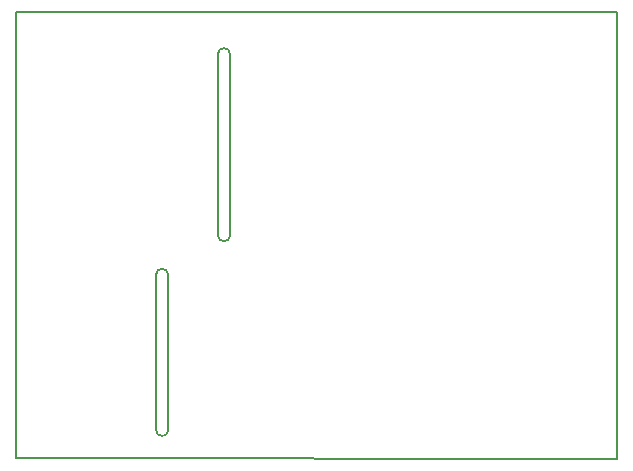
<source format=gbr>
%TF.GenerationSoftware,KiCad,Pcbnew,(5.0.2)-1*%
%TF.CreationDate,2020-06-03T15:28:38+08:00*%
%TF.ProjectId,MixRelays,4d697852-656c-4617-9973-2e6b69636164,rev?*%
%TF.SameCoordinates,Original*%
%TF.FileFunction,Profile,NP*%
%FSLAX46Y46*%
G04 Gerber Fmt 4.6, Leading zero omitted, Abs format (unit mm)*
G04 Created by KiCad (PCBNEW (5.0.2)-1) date 2020-06-03 15:28:38*
%MOMM*%
%LPD*%
G01*
G04 APERTURE LIST*
%ADD10C,0.200000*%
G04 APERTURE END LIST*
D10*
X124947680Y-122801380D02*
X124947680Y-135925560D01*
X123896120Y-122778520D02*
X123896120Y-135910320D01*
X123896120Y-122765149D02*
G75*
G02X124947251Y-122778520I525351J-23531D01*
G01*
X124944711Y-135916071D02*
G75*
G02X123893580Y-135902700I-525351J23531D01*
G01*
X130180080Y-104101900D02*
X130182620Y-119420640D01*
X129131060Y-104076500D02*
X129131060Y-119423180D01*
X129131060Y-104083449D02*
G75*
G02X130182191Y-104096820I525351J-23531D01*
G01*
X130182191Y-119434011D02*
G75*
G02X129131060Y-119420640I-525351J23531D01*
G01*
X112072420Y-100517415D02*
X162907980Y-100520500D01*
X112080040Y-138318240D02*
X162913060Y-138328400D01*
X162907980Y-100520500D02*
X162913060Y-138328400D01*
X112072420Y-100517960D02*
X112072420Y-138318240D01*
M02*

</source>
